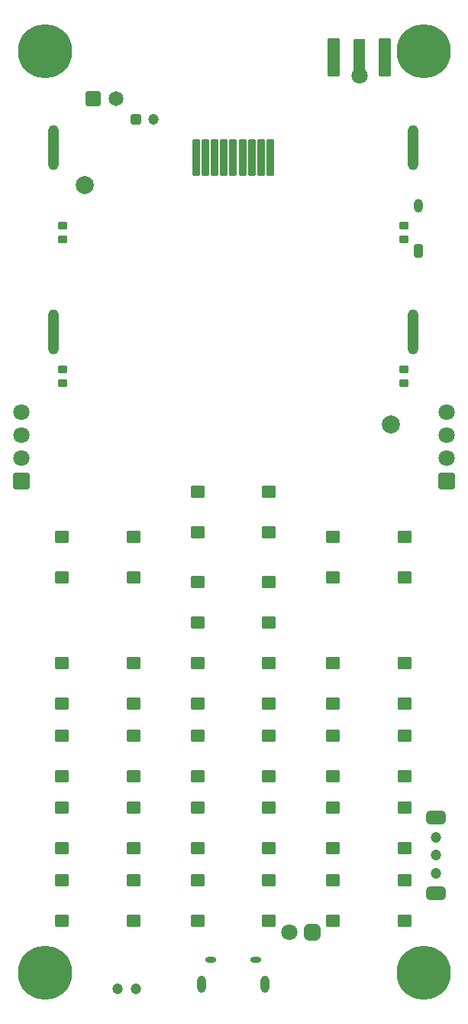
<source format=gbr>
G04*
G04 #@! TF.GenerationSoftware,Altium Limited,Altium Designer,23.0.1 (38)*
G04*
G04 Layer_Color=255*
%FSLAX25Y25*%
%MOIN*%
G70*
G04*
G04 #@! TF.SameCoordinates,5AACE2FC-F550-4568-A226-762E45A29E99*
G04*
G04*
G04 #@! TF.FilePolarity,Positive*
G04*
G01*
G75*
G04:AMPARAMS|DCode=17|XSize=61.02mil|YSize=51.18mil|CornerRadius=5.12mil|HoleSize=0mil|Usage=FLASHONLY|Rotation=0.000|XOffset=0mil|YOffset=0mil|HoleType=Round|Shape=RoundedRectangle|*
%AMROUNDEDRECTD17*
21,1,0.06102,0.04095,0,0,0.0*
21,1,0.05079,0.05118,0,0,0.0*
1,1,0.01024,0.02539,-0.02047*
1,1,0.01024,-0.02539,-0.02047*
1,1,0.01024,-0.02539,0.02047*
1,1,0.01024,0.02539,0.02047*
%
%ADD17ROUNDEDRECTD17*%
G04:AMPARAMS|DCode=18|XSize=41.34mil|YSize=31.5mil|CornerRadius=3.15mil|HoleSize=0mil|Usage=FLASHONLY|Rotation=0.000|XOffset=0mil|YOffset=0mil|HoleType=Round|Shape=RoundedRectangle|*
%AMROUNDEDRECTD18*
21,1,0.04134,0.02520,0,0,0.0*
21,1,0.03504,0.03150,0,0,0.0*
1,1,0.00630,0.01752,-0.01260*
1,1,0.00630,-0.01752,-0.01260*
1,1,0.00630,-0.01752,0.01260*
1,1,0.00630,0.01752,0.01260*
%
%ADD18ROUNDEDRECTD18*%
G04:AMPARAMS|DCode=19|XSize=157.48mil|YSize=31.5mil|CornerRadius=3.15mil|HoleSize=0mil|Usage=FLASHONLY|Rotation=90.000|XOffset=0mil|YOffset=0mil|HoleType=Round|Shape=RoundedRectangle|*
%AMROUNDEDRECTD19*
21,1,0.15748,0.02520,0,0,90.0*
21,1,0.15118,0.03150,0,0,90.0*
1,1,0.00630,0.01260,0.07559*
1,1,0.00630,0.01260,-0.07559*
1,1,0.00630,-0.01260,-0.07559*
1,1,0.00630,-0.01260,0.07559*
%
%ADD19ROUNDEDRECTD19*%
G04:AMPARAMS|DCode=20|XSize=53.15mil|YSize=165.35mil|CornerRadius=5.32mil|HoleSize=0mil|Usage=FLASHONLY|Rotation=180.000|XOffset=0mil|YOffset=0mil|HoleType=Round|Shape=RoundedRectangle|*
%AMROUNDEDRECTD20*
21,1,0.05315,0.15472,0,0,180.0*
21,1,0.04252,0.16535,0,0,180.0*
1,1,0.01063,-0.02126,0.07736*
1,1,0.01063,0.02126,0.07736*
1,1,0.01063,0.02126,-0.07736*
1,1,0.01063,-0.02126,-0.07736*
%
%ADD20ROUNDEDRECTD20*%
G04:AMPARAMS|DCode=21|XSize=50mil|YSize=141.73mil|CornerRadius=5mil|HoleSize=0mil|Usage=FLASHONLY|Rotation=180.000|XOffset=0mil|YOffset=0mil|HoleType=Round|Shape=RoundedRectangle|*
%AMROUNDEDRECTD21*
21,1,0.05000,0.13173,0,0,180.0*
21,1,0.04000,0.14173,0,0,180.0*
1,1,0.01000,-0.02000,0.06587*
1,1,0.01000,0.02000,0.06587*
1,1,0.01000,0.02000,-0.06587*
1,1,0.01000,-0.02000,-0.06587*
%
%ADD21ROUNDEDRECTD21*%
%ADD31O,0.03740X0.07480*%
G04:AMPARAMS|DCode=45|XSize=86.61mil|YSize=59.06mil|CornerRadius=17.72mil|HoleSize=0mil|Usage=FLASHONLY|Rotation=0.000|XOffset=0mil|YOffset=0mil|HoleType=Round|Shape=RoundedRectangle|*
%AMROUNDEDRECTD45*
21,1,0.08661,0.02362,0,0,0.0*
21,1,0.05118,0.05906,0,0,0.0*
1,1,0.03543,0.02559,-0.01181*
1,1,0.03543,-0.02559,-0.01181*
1,1,0.03543,-0.02559,0.01181*
1,1,0.03543,0.02559,0.01181*
%
%ADD45ROUNDEDRECTD45*%
%ADD46C,0.04724*%
G04:AMPARAMS|DCode=47|XSize=59.06mil|YSize=39.37mil|CornerRadius=9.84mil|HoleSize=0mil|Usage=FLASHONLY|Rotation=90.000|XOffset=0mil|YOffset=0mil|HoleType=Round|Shape=RoundedRectangle|*
%AMROUNDEDRECTD47*
21,1,0.05906,0.01968,0,0,90.0*
21,1,0.03937,0.03937,0,0,90.0*
1,1,0.01968,0.00984,0.01968*
1,1,0.01968,0.00984,-0.01968*
1,1,0.01968,-0.00984,-0.01968*
1,1,0.01968,-0.00984,0.01968*
%
%ADD47ROUNDEDRECTD47*%
%ADD48O,0.03937X0.05906*%
%ADD49O,0.04724X0.02756*%
%ADD50C,0.07874*%
%ADD51O,0.04724X0.19685*%
G04:AMPARAMS|DCode=52|XSize=47.24mil|YSize=47.24mil|CornerRadius=11.81mil|HoleSize=0mil|Usage=FLASHONLY|Rotation=270.000|XOffset=0mil|YOffset=0mil|HoleType=Round|Shape=RoundedRectangle|*
%AMROUNDEDRECTD52*
21,1,0.04724,0.02362,0,0,270.0*
21,1,0.02362,0.04724,0,0,270.0*
1,1,0.02362,-0.01181,-0.01181*
1,1,0.02362,-0.01181,0.01181*
1,1,0.02362,0.01181,0.01181*
1,1,0.02362,0.01181,-0.01181*
%
%ADD52ROUNDEDRECTD52*%
%ADD53C,0.07087*%
G04:AMPARAMS|DCode=54|XSize=70.87mil|YSize=70.87mil|CornerRadius=7.09mil|HoleSize=0mil|Usage=FLASHONLY|Rotation=90.000|XOffset=0mil|YOffset=0mil|HoleType=Round|Shape=RoundedRectangle|*
%AMROUNDEDRECTD54*
21,1,0.07087,0.05669,0,0,90.0*
21,1,0.05669,0.07087,0,0,90.0*
1,1,0.01417,0.02835,0.02835*
1,1,0.01417,0.02835,-0.02835*
1,1,0.01417,-0.02835,-0.02835*
1,1,0.01417,-0.02835,0.02835*
%
%ADD54ROUNDEDRECTD54*%
%ADD55C,0.06500*%
G04:AMPARAMS|DCode=56|XSize=65mil|YSize=65mil|CornerRadius=6.5mil|HoleSize=0mil|Usage=FLASHONLY|Rotation=0.000|XOffset=0mil|YOffset=0mil|HoleType=Round|Shape=RoundedRectangle|*
%AMROUNDEDRECTD56*
21,1,0.06500,0.05200,0,0,0.0*
21,1,0.05200,0.06500,0,0,0.0*
1,1,0.01300,0.02600,-0.02600*
1,1,0.01300,-0.02600,-0.02600*
1,1,0.01300,-0.02600,0.02600*
1,1,0.01300,0.02600,0.02600*
%
%ADD56ROUNDEDRECTD56*%
G04:AMPARAMS|DCode=57|XSize=70.87mil|YSize=70.87mil|CornerRadius=17.72mil|HoleSize=0mil|Usage=FLASHONLY|Rotation=0.000|XOffset=0mil|YOffset=0mil|HoleType=Round|Shape=RoundedRectangle|*
%AMROUNDEDRECTD57*
21,1,0.07087,0.03543,0,0,0.0*
21,1,0.03543,0.07087,0,0,0.0*
1,1,0.03543,0.01772,-0.01772*
1,1,0.03543,-0.01772,-0.01772*
1,1,0.03543,-0.01772,0.01772*
1,1,0.03543,0.01772,0.01772*
%
%ADD57ROUNDEDRECTD57*%
%ADD58C,0.23622*%
D17*
X474902Y561614D02*
D03*
Y543898D02*
D03*
X506201Y561614D02*
D03*
Y543898D02*
D03*
X415846Y563583D02*
D03*
X447146Y581299D02*
D03*
Y563583D02*
D03*
X415846Y581299D02*
D03*
X356791Y561614D02*
D03*
Y543898D02*
D03*
X388090Y561614D02*
D03*
Y543898D02*
D03*
X447146Y524213D02*
D03*
X447146Y541929D02*
D03*
X415846Y524213D02*
D03*
Y541929D02*
D03*
X356791Y506496D02*
D03*
Y488780D02*
D03*
X388091Y506496D02*
D03*
Y488780D02*
D03*
X474902Y506496D02*
D03*
X474902Y488780D02*
D03*
X506201Y506496D02*
D03*
Y488780D02*
D03*
X415846Y506496D02*
D03*
Y488779D02*
D03*
X447146Y506496D02*
D03*
Y488779D02*
D03*
X415846Y475000D02*
D03*
Y457283D02*
D03*
X447146Y475000D02*
D03*
Y457283D02*
D03*
X356791Y475000D02*
D03*
Y457283D02*
D03*
X388090Y475000D02*
D03*
Y457283D02*
D03*
X356791Y443504D02*
D03*
Y425787D02*
D03*
X388090Y443504D02*
D03*
Y425787D02*
D03*
X415846Y443504D02*
D03*
Y425787D02*
D03*
X447146Y443504D02*
D03*
Y425787D02*
D03*
X474902Y457283D02*
D03*
X506201D02*
D03*
Y475000D02*
D03*
X474902D02*
D03*
X474902Y443504D02*
D03*
Y425787D02*
D03*
X506201Y443504D02*
D03*
Y425787D02*
D03*
X474902Y412008D02*
D03*
Y394291D02*
D03*
X506201Y412008D02*
D03*
Y394291D02*
D03*
X415846Y412008D02*
D03*
Y394291D02*
D03*
X447146Y412008D02*
D03*
Y394291D02*
D03*
X388091D02*
D03*
Y412008D02*
D03*
X356791Y394291D02*
D03*
Y412008D02*
D03*
D18*
X505905Y628642D02*
D03*
Y634547D02*
D03*
X505904Y697146D02*
D03*
Y691240D02*
D03*
X357087Y628642D02*
D03*
Y634547D02*
D03*
X357085Y697146D02*
D03*
Y691240D02*
D03*
D19*
X415335Y726975D02*
D03*
X419373D02*
D03*
X423411D02*
D03*
X427448D02*
D03*
X443598Y727032D02*
D03*
X439561D02*
D03*
X435523D02*
D03*
X431485D02*
D03*
X447635D02*
D03*
D20*
X475492Y770472D02*
D03*
X497736D02*
D03*
D21*
X486614Y771654D02*
D03*
D31*
X445276Y366576D02*
D03*
X417717D02*
D03*
D45*
X520079Y406299D02*
D03*
Y439370D02*
D03*
D46*
Y430709D02*
D03*
Y422835D02*
D03*
Y414961D02*
D03*
X381102Y364705D02*
D03*
X388976D02*
D03*
X396752Y743701D02*
D03*
D47*
X512402Y686221D02*
D03*
D48*
Y705905D02*
D03*
D49*
X421654Y377205D02*
D03*
X441339D02*
D03*
D50*
X366535Y714764D02*
D03*
X500394Y610433D02*
D03*
D51*
X353149Y731299D02*
D03*
X509843D02*
D03*
X353149Y650984D02*
D03*
X509843D02*
D03*
D52*
X388878Y743701D02*
D03*
D53*
X524606Y615925D02*
D03*
Y605925D02*
D03*
Y595925D02*
D03*
X456024Y389370D02*
D03*
X339075Y595925D02*
D03*
Y605925D02*
D03*
Y615925D02*
D03*
X486695Y762447D02*
D03*
D54*
X524606Y585925D02*
D03*
X339075D02*
D03*
D55*
X380197Y752658D02*
D03*
D56*
X370197D02*
D03*
D57*
X466024Y389370D02*
D03*
D58*
X349213Y371654D02*
D03*
X514567D02*
D03*
X349213Y773228D02*
D03*
X514567D02*
D03*
M02*

</source>
